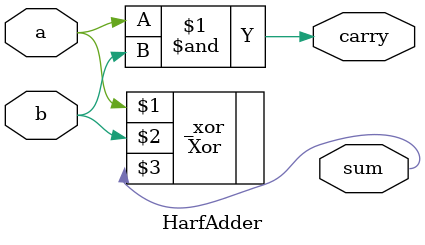
<source format=v>
`include "src/xor.v"

module HarfAdder (
  input a,
  input b,
  output sum,
  output carry
);

  Xor _xor(a, b, sum);
  and(carry, a, b);

endmodule

</source>
